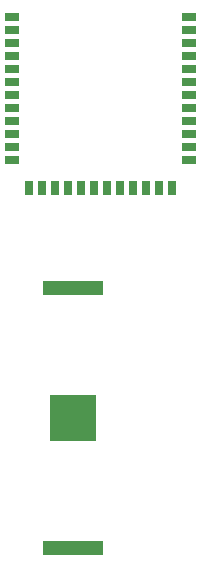
<source format=gtp>
G04 #@! TF.GenerationSoftware,KiCad,Pcbnew,(6.0.2)*
G04 #@! TF.CreationDate,2022-03-08T09:32:50+01:00*
G04 #@! TF.ProjectId,pierce,70696572-6365-42e6-9b69-6361645f7063,v 0.1*
G04 #@! TF.SameCoordinates,Original*
G04 #@! TF.FileFunction,Paste,Top*
G04 #@! TF.FilePolarity,Positive*
%FSLAX46Y46*%
G04 Gerber Fmt 4.6, Leading zero omitted, Abs format (unit mm)*
G04 Created by KiCad (PCBNEW (6.0.2)) date 2022-03-08 09:32:50*
%MOMM*%
%LPD*%
G01*
G04 APERTURE LIST*
%ADD10R,1.198880X0.698500*%
%ADD11R,0.698500X1.198880*%
%ADD12R,5.080000X1.270000*%
%ADD13R,3.960000X3.960000*%
G04 APERTURE END LIST*
D10*
X193859920Y-63442880D03*
X193859920Y-64542700D03*
X193859920Y-65642520D03*
X193859920Y-66742340D03*
X193859920Y-67842160D03*
X193859920Y-68941980D03*
X193859920Y-70041800D03*
X193859920Y-71141620D03*
X193859920Y-72241440D03*
X193859920Y-73341260D03*
X193859920Y-74441080D03*
X193859920Y-75540900D03*
D11*
X195310260Y-77890400D03*
X196410080Y-77890400D03*
X197509900Y-77890400D03*
X198609720Y-77890400D03*
X199709540Y-77890400D03*
X200809360Y-77890400D03*
X201906640Y-77890400D03*
X203006460Y-77890400D03*
X204106280Y-77890400D03*
X205206100Y-77890400D03*
X206305920Y-77890400D03*
X207405740Y-77890400D03*
D10*
X208856080Y-75540900D03*
X208856080Y-74441080D03*
X208856080Y-73341260D03*
X208856080Y-72241440D03*
X208856080Y-71141620D03*
X208856080Y-70041800D03*
X208856080Y-68941980D03*
X208856080Y-67842160D03*
X208856080Y-66742340D03*
X208856080Y-65642520D03*
X208856080Y-64542700D03*
X208856080Y-63442880D03*
D12*
X198995800Y-86403601D03*
X198995800Y-108373601D03*
D13*
X198995800Y-97388601D03*
M02*

</source>
